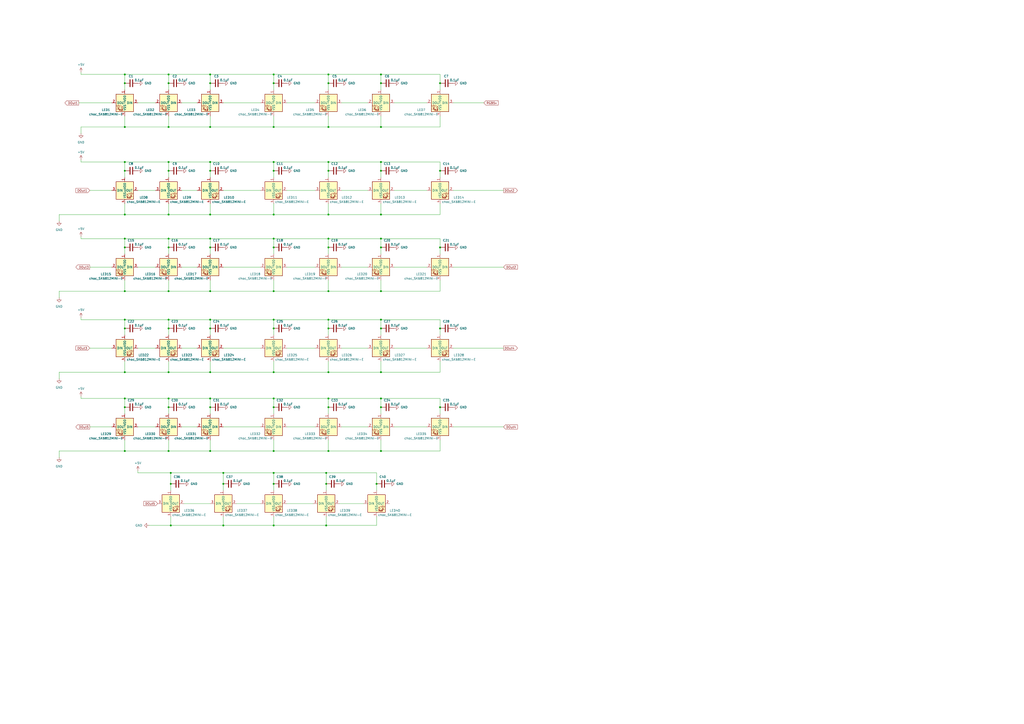
<source format=kicad_sch>
(kicad_sch (version 20250114) (generator "eeschema") (generator_version "9.0")
  (paper "A2")
  (junction (at 255.27 236.22))
  (junction (at 121.92 215.9))
  (junction (at 190.5 168.91))
  (junction (at 220.98 43.18))
  (junction (at 158.75 73.66))
  (junction (at 72.39 231.14))
  (junction (at 121.92 93.98))
  (junction (at 97.79 73.66))
  (junction (at 97.79 168.91))
  (junction (at 72.39 124.46))
  (junction (at 158.75 280.67))
  (junction (at 158.75 274.32))
  (junction (at 158.75 48.26))
  (junction (at 72.39 99.06))
  (junction (at 99.06 280.67))
  (junction (at 158.75 190.5))
  (junction (at 97.79 185.42))
  (junction (at 158.75 236.22))
  (junction (at 189.23 280.67))
  (junction (at 72.39 168.91))
  (junction (at 97.79 261.62))
  (junction (at 220.98 143.51))
  (junction (at 121.92 124.46))
  (junction (at 189.23 274.32))
  (junction (at 129.54 280.67))
  (junction (at 97.79 93.98))
  (junction (at 97.79 124.46))
  (junction (at 190.5 190.5))
  (junction (at 97.79 236.22))
  (junction (at 72.39 43.18))
  (junction (at 158.75 99.06))
  (junction (at 121.92 99.06))
  (junction (at 189.23 304.8))
  (junction (at 190.5 138.43))
  (junction (at 220.98 73.66))
  (junction (at 158.75 124.46))
  (junction (at 190.5 143.51))
  (junction (at 190.5 185.42))
  (junction (at 99.06 304.8))
  (junction (at 97.79 231.14))
  (junction (at 158.75 185.42))
  (junction (at 190.5 215.9))
  (junction (at 220.98 168.91))
  (junction (at 121.92 236.22))
  (junction (at 121.92 231.14))
  (junction (at 72.39 48.26))
  (junction (at 158.75 261.62))
  (junction (at 158.75 304.8))
  (junction (at 121.92 43.18))
  (junction (at 99.06 274.32))
  (junction (at 158.75 143.51))
  (junction (at 220.98 215.9))
  (junction (at 220.98 261.62))
  (junction (at 220.98 231.14))
  (junction (at 190.5 124.46))
  (junction (at 121.92 138.43))
  (junction (at 190.5 99.06))
  (junction (at 72.39 143.51))
  (junction (at 97.79 215.9))
  (junction (at 97.79 143.51))
  (junction (at 72.39 215.9))
  (junction (at 129.54 274.32))
  (junction (at 255.27 190.5))
  (junction (at 218.44 280.67))
  (junction (at 158.75 43.18))
  (junction (at 255.27 143.51))
  (junction (at 220.98 93.98))
  (junction (at 190.5 43.18))
  (junction (at 220.98 236.22))
  (junction (at 220.98 138.43))
  (junction (at 220.98 48.26))
  (junction (at 97.79 99.06))
  (junction (at 190.5 236.22))
  (junction (at 72.39 138.43))
  (junction (at 220.98 190.5))
  (junction (at 121.92 261.62))
  (junction (at 220.98 185.42))
  (junction (at 220.98 99.06))
  (junction (at 255.27 48.26))
  (junction (at 72.39 236.22))
  (junction (at 97.79 190.5))
  (junction (at 97.79 138.43))
  (junction (at 72.39 190.5))
  (junction (at 72.39 73.66))
  (junction (at 158.75 168.91))
  (junction (at 158.75 231.14))
  (junction (at 72.39 261.62))
  (junction (at 121.92 190.5))
  (junction (at 72.39 93.98))
  (junction (at 158.75 93.98))
  (junction (at 190.5 261.62))
  (junction (at 158.75 215.9))
  (junction (at 255.27 99.06))
  (junction (at 121.92 143.51))
  (junction (at 190.5 231.14))
  (junction (at 121.92 168.91))
  (junction (at 72.39 185.42))
  (junction (at 121.92 73.66))
  (junction (at 97.79 43.18))
  (junction (at 129.54 304.8))
  (junction (at 97.79 48.26))
  (junction (at 121.92 185.42))
  (junction (at 158.75 138.43))
  (junction (at 190.5 48.26))
  (junction (at 220.98 124.46))
  (junction (at 121.92 48.26))
  (junction (at 190.5 73.66))
  (junction (at 190.5 93.98))
  (wire (pts (xy 46.99 92.71) (xy 46.99 93.98)))
  (wire (pts (xy 99.06 274.32) (xy 80.01 274.32)))
  (wire (pts (xy 198.12 201.93) (xy 213.36 201.93)))
  (wire (pts (xy 158.75 304.8) (xy 189.23 304.8)))
  (wire (pts (xy 46.99 73.66) (xy 72.39 73.66)))
  (wire (pts (xy 190.5 73.66) (xy 220.98 73.66)))
  (wire (pts (xy 121.92 209.55) (xy 121.92 215.9)))
  (wire (pts (xy 158.75 102.87) (xy 158.75 99.06)))
  (wire (pts (xy 255.27 215.9) (xy 255.27 209.55)))
  (wire (pts (xy 129.54 201.93) (xy 151.13 201.93)))
  (wire (pts (xy 220.98 194.31) (xy 220.98 190.5)))
  (wire (pts (xy 97.79 102.87) (xy 97.79 99.06)))
  (wire (pts (xy 158.75 299.72) (xy 158.75 304.8)))
  (wire (pts (xy 189.23 299.72) (xy 189.23 304.8)))
  (wire (pts (xy 158.75 209.55) (xy 158.75 215.9)))
  (wire (pts (xy 255.27 147.32) (xy 255.27 143.51)))
  (wire (pts (xy 198.12 154.94) (xy 213.36 154.94)))
  (wire (pts (xy 105.41 201.93) (xy 114.3 201.93)))
  (wire (pts (xy 228.6 247.65) (xy 247.65 247.65)))
  (wire (pts (xy 121.92 124.46) (xy 158.75 124.46)))
  (wire (pts (xy 190.5 231.14) (xy 220.98 231.14)))
  (wire (pts (xy 105.41 154.94) (xy 114.3 154.94)))
  (wire (pts (xy 190.5 261.62) (xy 220.98 261.62)))
  (wire (pts (xy 121.92 48.26) (xy 121.92 43.18)))
  (wire (pts (xy 121.92 194.31) (xy 121.92 190.5)))
  (wire (pts (xy 129.54 154.94) (xy 151.13 154.94)))
  (wire (pts (xy 220.98 43.18) (xy 220.98 48.26)))
  (wire (pts (xy 34.29 261.62) (xy 72.39 261.62)))
  (wire (pts (xy 72.39 255.27) (xy 72.39 261.62)))
  (wire (pts (xy 72.39 194.31) (xy 72.39 190.5)))
  (wire (pts (xy 190.5 168.91) (xy 220.98 168.91)))
  (wire (pts (xy 158.75 147.32) (xy 158.75 143.51)))
  (wire (pts (xy 220.98 67.31) (xy 220.98 73.66)))
  (wire (pts (xy 255.27 138.43) (xy 255.27 143.51)))
  (wire (pts (xy 121.92 190.5) (xy 121.92 185.42)))
  (wire (pts (xy 121.92 52.07) (xy 121.92 48.26)))
  (wire (pts (xy 220.98 168.91) (xy 255.27 168.91)))
  (wire (pts (xy 220.98 93.98) (xy 255.27 93.98)))
  (wire (pts (xy 220.98 240.03) (xy 220.98 236.22)))
  (wire (pts (xy 46.99 231.14) (xy 72.39 231.14)))
  (wire (pts (xy 34.29 124.46) (xy 34.29 128.27)))
  (wire (pts (xy 46.99 229.87) (xy 46.99 231.14)))
  (wire (pts (xy 121.92 143.51) (xy 121.92 138.43)))
  (wire (pts (xy 158.75 118.11) (xy 158.75 124.46)))
  (wire (pts (xy 34.29 215.9) (xy 34.29 219.71)))
  (wire (pts (xy 129.54 59.69) (xy 151.13 59.69)))
  (wire (pts (xy 158.75 168.91) (xy 190.5 168.91)))
  (wire (pts (xy 72.39 215.9) (xy 97.79 215.9)))
  (wire (pts (xy 72.39 124.46) (xy 97.79 124.46)))
  (wire (pts (xy 121.92 99.06) (xy 121.92 93.98)))
  (wire (pts (xy 129.54 280.67) (xy 129.54 284.48)))
  (wire (pts (xy 158.75 185.42) (xy 158.75 190.5)))
  (wire (pts (xy 72.39 67.31) (xy 72.39 73.66)))
  (wire (pts (xy 80.01 59.69) (xy 90.17 59.69)))
  (wire (pts (xy 220.98 261.62) (xy 255.27 261.62)))
  (wire (pts (xy 166.37 110.49) (xy 182.88 110.49)))
  (wire (pts (xy 97.79 93.98) (xy 121.92 93.98)))
  (wire (pts (xy 52.07 110.49) (xy 64.77 110.49)))
  (wire (pts (xy 97.79 240.03) (xy 97.79 236.22)))
  (wire (pts (xy 255.27 240.03) (xy 255.27 236.22)))
  (wire (pts (xy 220.98 124.46) (xy 255.27 124.46)))
  (wire (pts (xy 190.5 102.87) (xy 190.5 99.06)))
  (wire (pts (xy 166.37 59.69) (xy 182.88 59.69)))
  (wire (pts (xy 190.5 67.31) (xy 190.5 73.66)))
  (wire (pts (xy 121.92 93.98) (xy 158.75 93.98)))
  (wire (pts (xy 220.98 147.32) (xy 220.98 143.51)))
  (wire (pts (xy 72.39 147.32) (xy 72.39 143.51)))
  (wire (pts (xy 72.39 138.43) (xy 97.79 138.43)))
  (wire (pts (xy 190.5 93.98) (xy 190.5 99.06)))
  (wire (pts (xy 105.41 59.69) (xy 114.3 59.69)))
  (wire (pts (xy 97.79 255.27) (xy 97.79 261.62)))
  (wire (pts (xy 72.39 168.91) (xy 97.79 168.91)))
  (wire (pts (xy 97.79 194.31) (xy 97.79 190.5)))
  (wire (pts (xy 158.75 231.14) (xy 190.5 231.14)))
  (wire (pts (xy 190.5 138.43) (xy 190.5 143.51)))
  (wire (pts (xy 158.75 93.98) (xy 158.75 99.06)))
  (wire (pts (xy 46.99 73.66) (xy 46.99 77.47)))
  (wire (pts (xy 158.75 261.62) (xy 190.5 261.62)))
  (wire (pts (xy 97.79 43.18) (xy 121.92 43.18)))
  (wire (pts (xy 255.27 93.98) (xy 255.27 99.06)))
  (wire (pts (xy 158.75 280.67) (xy 158.75 284.48)))
  (wire (pts (xy 158.75 73.66) (xy 190.5 73.66)))
  (wire (pts (xy 220.98 118.11) (xy 220.98 124.46)))
  (wire (pts (xy 220.98 209.55) (xy 220.98 215.9)))
  (wire (pts (xy 121.92 147.32) (xy 121.92 143.51)))
  (wire (pts (xy 34.29 168.91) (xy 72.39 168.91)))
  (wire (pts (xy 121.92 261.62) (xy 158.75 261.62)))
  (wire (pts (xy 46.99 184.15) (xy 46.99 185.42)))
  (wire (pts (xy 97.79 261.62) (xy 121.92 261.62)))
  (wire (pts (xy 46.99 43.18) (xy 72.39 43.18)))
  (wire (pts (xy 99.06 304.8) (xy 129.54 304.8)))
  (wire (pts (xy 158.75 138.43) (xy 158.75 143.51)))
  (wire (pts (xy 80.01 154.94) (xy 90.17 154.94)))
  (wire (pts (xy 158.75 215.9) (xy 190.5 215.9)))
  (wire (pts (xy 190.5 43.18) (xy 220.98 43.18)))
  (wire (pts (xy 262.89 59.69) (xy 280.67 59.69)))
  (wire (pts (xy 220.98 138.43) (xy 220.98 143.51)))
  (wire (pts (xy 198.12 247.65) (xy 213.36 247.65)))
  (wire (pts (xy 158.75 274.32) (xy 189.23 274.32)))
  (wire (pts (xy 190.5 124.46) (xy 220.98 124.46)))
  (wire (pts (xy 129.54 304.8) (xy 158.75 304.8)))
  (wire (pts (xy 218.44 274.32) (xy 218.44 280.67)))
  (wire (pts (xy 72.39 143.51) (xy 72.39 138.43)))
  (wire (pts (xy 158.75 93.98) (xy 190.5 93.98)))
  (wire (pts (xy 228.6 201.93) (xy 247.65 201.93)))
  (wire (pts (xy 34.29 215.9) (xy 72.39 215.9)))
  (wire (pts (xy 72.39 99.06) (xy 72.39 93.98)))
  (wire (pts (xy 198.12 110.49) (xy 213.36 110.49)))
  (wire (pts (xy 220.98 215.9) (xy 255.27 215.9)))
  (wire (pts (xy 158.75 67.31) (xy 158.75 73.66)))
  (wire (pts (xy 72.39 102.87) (xy 72.39 99.06)))
  (wire (pts (xy 80.01 110.49) (xy 90.17 110.49)))
  (wire (pts (xy 189.23 274.32) (xy 218.44 274.32)))
  (wire (pts (xy 158.75 255.27) (xy 158.75 261.62)))
  (wire (pts (xy 34.29 261.62) (xy 34.29 265.43)))
  (wire (pts (xy 220.98 43.18) (xy 255.27 43.18)))
  (wire (pts (xy 46.99 138.43) (xy 72.39 138.43)))
  (wire (pts (xy 190.5 93.98) (xy 220.98 93.98)))
  (wire (pts (xy 129.54 110.49) (xy 151.13 110.49)))
  (wire (pts (xy 97.79 190.5) (xy 97.79 185.42)))
  (wire (pts (xy 262.89 247.65) (xy 292.1 247.65)))
  (wire (pts (xy 190.5 138.43) (xy 220.98 138.43)))
  (wire (pts (xy 121.92 231.14) (xy 158.75 231.14)))
  (wire (pts (xy 158.75 185.42) (xy 190.5 185.42)))
  (wire (pts (xy 190.5 185.42) (xy 190.5 190.5)))
  (wire (pts (xy 121.92 102.87) (xy 121.92 99.06)))
  (wire (pts (xy 46.99 93.98) (xy 72.39 93.98)))
  (wire (pts (xy 255.27 52.07) (xy 255.27 48.26)))
  (wire (pts (xy 129.54 274.32) (xy 158.75 274.32)))
  (wire (pts (xy 97.79 147.32) (xy 97.79 143.51)))
  (wire (pts (xy 255.27 73.66) (xy 255.27 67.31)))
  (wire (pts (xy 262.89 154.94) (xy 292.1 154.94)))
  (wire (pts (xy 97.79 67.31) (xy 97.79 73.66)))
  (wire (pts (xy 158.75 43.18) (xy 158.75 48.26)))
  (wire (pts (xy 220.98 255.27) (xy 220.98 261.62)))
  (wire (pts (xy 97.79 168.91) (xy 121.92 168.91)))
  (wire (pts (xy 190.5 215.9) (xy 220.98 215.9)))
  (wire (pts (xy 121.92 215.9) (xy 158.75 215.9)))
  (wire (pts (xy 97.79 231.14) (xy 121.92 231.14)))
  (wire (pts (xy 121.92 162.56) (xy 121.92 168.91)))
  (wire (pts (xy 72.39 236.22) (xy 72.39 231.14)))
  (wire (pts (xy 220.98 138.43) (xy 255.27 138.43)))
  (wire (pts (xy 158.75 124.46) (xy 190.5 124.46)))
  (wire (pts (xy 72.39 162.56) (xy 72.39 168.91)))
  (wire (pts (xy 189.23 304.8) (xy 218.44 304.8)))
  (wire (pts (xy 262.89 110.49) (xy 292.1 110.49)))
  (wire (pts (xy 190.5 231.14) (xy 190.5 236.22)))
  (wire (pts (xy 158.75 194.31) (xy 158.75 190.5)))
  (wire (pts (xy 72.39 209.55) (xy 72.39 215.9)))
  (wire (pts (xy 121.92 185.42) (xy 158.75 185.42)))
  (wire (pts (xy 255.27 43.18) (xy 255.27 48.26)))
  (wire (pts (xy 190.5 194.31) (xy 190.5 190.5)))
  (wire (pts (xy 218.44 299.72) (xy 218.44 304.8)))
  (wire (pts (xy 72.39 190.5) (xy 72.39 185.42)))
  (wire (pts (xy 105.41 110.49) (xy 114.3 110.49)))
  (wire (pts (xy 121.92 73.66) (xy 158.75 73.66)))
  (wire (pts (xy 80.01 274.32) (xy 80.01 273.05)))
  (wire (pts (xy 99.06 280.67) (xy 99.06 284.48)))
  (wire (pts (xy 72.39 231.14) (xy 97.79 231.14)))
  (wire (pts (xy 189.23 280.67) (xy 189.23 284.48)))
  (wire (pts (xy 228.6 110.49) (xy 247.65 110.49)))
  (wire (pts (xy 97.79 52.07) (xy 97.79 48.26)))
  (wire (pts (xy 190.5 118.11) (xy 190.5 124.46)))
  (wire (pts (xy 255.27 168.91) (xy 255.27 162.56)))
  (wire (pts (xy 72.39 52.07) (xy 72.39 48.26)))
  (wire (pts (xy 255.27 102.87) (xy 255.27 99.06)))
  (wire (pts (xy 255.27 185.42) (xy 255.27 190.5)))
  (wire (pts (xy 72.39 118.11) (xy 72.39 124.46)))
  (wire (pts (xy 220.98 185.42) (xy 255.27 185.42)))
  (wire (pts (xy 97.79 138.43) (xy 121.92 138.43)))
  (wire (pts (xy 262.89 201.93) (xy 292.1 201.93)))
  (wire (pts (xy 190.5 185.42) (xy 220.98 185.42)))
  (wire (pts (xy 97.79 185.42) (xy 121.92 185.42)))
  (wire (pts (xy 220.98 231.14) (xy 255.27 231.14)))
  (wire (pts (xy 121.92 255.27) (xy 121.92 261.62)))
  (wire (pts (xy 220.98 73.66) (xy 255.27 73.66)))
  (wire (pts (xy 166.37 154.94) (xy 182.88 154.94)))
  (wire (pts (xy 190.5 52.07) (xy 190.5 48.26)))
  (wire (pts (xy 97.79 124.46) (xy 121.92 124.46)))
  (wire (pts (xy 72.39 240.03) (xy 72.39 236.22)))
  (wire (pts (xy 228.6 154.94) (xy 247.65 154.94)))
  (wire (pts (xy 121.92 168.91) (xy 158.75 168.91)))
  (wire (pts (xy 97.79 48.26) (xy 97.79 43.18)))
  (wire (pts (xy 190.5 162.56) (xy 190.5 168.91)))
  (wire (pts (xy 218.44 280.67) (xy 218.44 284.48)))
  (wire (pts (xy 80.01 247.65) (xy 90.17 247.65)))
  (wire (pts (xy 121.92 118.11) (xy 121.92 124.46)))
  (wire (pts (xy 190.5 255.27) (xy 190.5 261.62)))
  (wire (pts (xy 228.6 59.69) (xy 247.65 59.69)))
  (wire (pts (xy 46.99 41.91) (xy 46.99 43.18)))
  (wire (pts (xy 121.92 240.03) (xy 121.92 236.22)))
  (wire (pts (xy 72.39 93.98) (xy 97.79 93.98)))
  (wire (pts (xy 190.5 209.55) (xy 190.5 215.9)))
  (wire (pts (xy 137.16 292.1) (xy 151.13 292.1)))
  (wire (pts (xy 190.5 147.32) (xy 190.5 143.51)))
  (wire (pts (xy 190.5 240.03) (xy 190.5 236.22)))
  (wire (pts (xy 255.27 194.31) (xy 255.27 190.5)))
  (wire (pts (xy 99.06 280.67) (xy 99.06 274.32)))
  (wire (pts (xy 255.27 231.14) (xy 255.27 236.22)))
  (wire (pts (xy 52.07 154.94) (xy 64.77 154.94)))
  (wire (pts (xy 99.06 299.72) (xy 99.06 304.8)))
  (wire (pts (xy 129.54 247.65) (xy 151.13 247.65)))
  (wire (pts (xy 80.01 201.93) (xy 90.17 201.93)))
  (wire (pts (xy 99.06 274.32) (xy 129.54 274.32)))
  (wire (pts (xy 158.75 162.56) (xy 158.75 168.91)))
  (wire (pts (xy 220.98 185.42) (xy 220.98 190.5)))
  (wire (pts (xy 255.27 261.62) (xy 255.27 255.27)))
  (wire (pts (xy 72.39 73.66) (xy 97.79 73.66)))
  (wire (pts (xy 72.39 48.26) (xy 72.39 43.18)))
  (wire (pts (xy 105.41 247.65) (xy 114.3 247.65)))
  (wire (pts (xy 158.75 52.07) (xy 158.75 48.26)))
  (wire (pts (xy 166.37 292.1) (xy 181.61 292.1)))
  (wire (pts (xy 97.79 73.66) (xy 121.92 73.66)))
  (wire (pts (xy 46.99 137.16) (xy 46.99 138.43)))
  (wire (pts (xy 190.5 43.18) (xy 190.5 48.26)))
  (wire (pts (xy 166.37 247.65) (xy 182.88 247.65)))
  (wire (pts (xy 52.07 201.93) (xy 64.77 201.93)))
  (wire (pts (xy 72.39 185.42) (xy 97.79 185.42)))
  (wire (pts (xy 220.98 93.98) (xy 220.98 99.06)))
  (wire (pts (xy 34.29 168.91) (xy 34.29 172.72)))
  (wire (pts (xy 158.75 138.43) (xy 190.5 138.43)))
  (wire (pts (xy 166.37 201.93) (xy 182.88 201.93)))
  (wire (pts (xy 220.98 102.87) (xy 220.98 99.06)))
  (wire (pts (xy 99.06 304.8) (xy 86.36 304.8)))
  (wire (pts (xy 158.75 274.32) (xy 158.75 280.67)))
  (wire (pts (xy 121.92 138.43) (xy 158.75 138.43)))
  (wire (pts (xy 196.85 292.1) (xy 210.82 292.1)))
  (wire (pts (xy 97.79 99.06) (xy 97.79 93.98)))
  (wire (pts (xy 158.75 43.18) (xy 190.5 43.18)))
  (wire (pts (xy 220.98 231.14) (xy 220.98 236.22)))
  (wire (pts (xy 255.27 124.46) (xy 255.27 118.11)))
  (wire (pts (xy 72.39 43.18) (xy 97.79 43.18)))
  (wire (pts (xy 97.79 143.51) (xy 97.79 138.43)))
  (wire (pts (xy 189.23 274.32) (xy 189.23 280.67)))
  (wire (pts (xy 97.79 118.11) (xy 97.79 124.46)))
  (wire (pts (xy 46.99 185.42) (xy 72.39 185.42)))
  (wire (pts (xy 97.79 162.56) (xy 97.79 168.91)))
  (wire (pts (xy 129.54 299.72) (xy 129.54 304.8)))
  (wire (pts (xy 158.75 231.14) (xy 158.75 236.22)))
  (wire (pts (xy 121.92 236.22) (xy 121.92 231.14)))
  (wire (pts (xy 97.79 215.9) (xy 121.92 215.9)))
  (wire (pts (xy 34.29 124.46) (xy 72.39 124.46)))
  (wire (pts (xy 52.07 247.65) (xy 64.77 247.65)))
  (wire (pts (xy 97.79 209.55) (xy 97.79 215.9)))
  (wire (pts (xy 97.79 236.22) (xy 97.79 231.14)))
  (wire (pts (xy 45.72 59.69) (xy 64.77 59.69)))
  (wire (pts (xy 220.98 52.07) (xy 220.98 48.26)))
  (wire (pts (xy 158.75 240.03) (xy 158.75 236.22)))
  (wire (pts (xy 72.39 261.62) (xy 97.79 261.62)))
  (wire (pts (xy 220.98 162.56) (xy 220.98 168.91)))
  (wire (pts (xy 121.92 43.18) (xy 158.75 43.18)))
  (wire (pts (xy 106.68 292.1) (xy 121.92 292.1)))
  (wire (pts (xy 129.54 274.32) (xy 129.54 280.67)))
  (wire (pts (xy 198.12 59.69) (xy 213.36 59.69)))
  (wire (pts (xy 121.92 67.31) (xy 121.92 73.66)))
  (global_label "DOut2" (shape output) (at 292.1 110.49 0) (property "Intersheetrefs" "${INTERSHEET_REFS}" (effects (hide yes))))
  (global_label "RGB5v" (shape input) (at 280.67 59.69 0) (property "Intersheetrefs" "${INTERSHEET_REFS}" (effects (hide yes))))
  (global_label "DOut1" (shape output) (at 45.72 59.69 180) (property "Intersheetrefs" "${INTERSHEET_REFS}" (effects (hide yes))))
  (global_label "DOut5" (shape output) (at 52.07 247.65 180) (property "Intersheetrefs" "${INTERSHEET_REFS}" (effects (hide yes))))
  (global_label "DOut1" (shape input) (at 52.07 110.49 180) (property "Intersheetrefs" "${INTERSHEET_REFS}" (effects (hide yes))))
  (global_label "DOut5" (shape input) (at 91.44 292.1 180) (property "Intersheetrefs" "${INTERSHEET_REFS}" (effects (hide yes))))
  (global_label "DOut2" (shape input) (at 292.1 154.94 0) (property "Intersheetrefs" "${INTERSHEET_REFS}" (effects (hide yes))))
  (global_label "DOut3" (shape output) (at 52.07 154.94 180) (property "Intersheetrefs" "${INTERSHEET_REFS}" (effects (hide yes))))
  (global_label "DOut4" (shape output) (at 292.1 201.93 0) (property "Intersheetrefs" "${INTERSHEET_REFS}" (effects (hide yes))))
  (global_label "DOut3" (shape input) (at 52.07 201.93 180) (property "Intersheetrefs" "${INTERSHEET_REFS}" (effects (hide yes))))
  (global_label "DOut4" (shape input) (at 292.1 247.65 0) (property "Intersheetrefs" "${INTERSHEET_REFS}" (effects (hide yes))))
  (symbol (lib_id "power:GND") (at 198.12 143.51 90) (unit 1)
    (property "Reference" "#PWR039" (effects (hide yes)))
    (property "Value" "GND" (at 201.93 143.5099 90) (effects (justify right)))
    (property "Description" "Power symbol creates a global label with name \"GND\" , ground" (effects (hide yes)))
  )
  (symbol (lib_id "PCM_marbastlib-choc:choc_SK6812MINI-E") (at 255.27 201.93 0) (unit 1)
    (property "Reference" "LED28" (at 266.192 205.994 0))
    (property "Value" "choc_SK6812MINI-E" (at 266.192 208.534 0))
    (property "Footprint" "PCM_marbastlib-choc:LED_choc_6028R" (effects (hide yes)))
    (property "Description" "Reverse mount adressable LED (WS2812 protocol)" (effects (hide yes)))
  )
  (symbol (lib_id "power:GND") (at 228.6 99.06 90) (unit 1)
    (property "Reference" "#PWR031" (effects (hide yes)))
    (property "Value" "GND" (at 232.41 99.0599 90) (effects (justify right)))
    (property "Description" "Power symbol creates a global label with name \"GND\" , ground" (effects (hide yes)))
  )
  (symbol (lib_id "PCM_marbastlib-choc:choc_SK6812MINI-E") (at 121.92 247.65 0) (mirror y) (unit 1)
    (property "Reference" "LED31" (at 110.998 251.714 0))
    (property "Value" "choc_SK6812MINI-E" (at 110.998 254.254 0))
    (property "Footprint" "PCM_marbastlib-choc:LED_choc_6028R" (effects (hide yes)))
    (property "Description" "Reverse mount adressable LED (WS2812 protocol)" (effects (hide yes)))
  )
  (symbol (lib_id "Device:C") (at 224.79 99.06 90) (unit 1)
    (property "Reference" "C13" (at 224.536 94.996 90))
    (property "Value" "0.1uF" (at 229.362 97.282 90))
    (property "Footprint" "Capacitor_SMD:C_0402_1005Metric" (effects (hide yes)))
    (property "Description" "Unpolarized capacitor" (effects (hide yes)))
  )
  (symbol (lib_id "PCM_marbastlib-choc:choc_SK6812MINI-E") (at 158.75 110.49 0) (unit 1)
    (property "Reference" "LED11" (at 169.418 114.554 0))
    (property "Value" "choc_SK6812MINI-E" (at 169.418 117.094 0))
    (property "Footprint" "PCM_marbastlib-choc:LED_choc_6028R" (effects (hide yes)))
    (property "Description" "Reverse mount adressable LED (WS2812 protocol)" (effects (hide yes)))
  )
  (symbol (lib_id "Device:C") (at 162.56 280.67 90) (unit 1)
    (property "Reference" "C38" (at 162.306 276.606 90))
    (property "Value" "0.1uF" (at 167.132 278.892 90))
    (property "Footprint" "Capacitor_SMD:C_0402_1005Metric" (effects (hide yes)))
    (property "Description" "Unpolarized capacitor" (effects (hide yes)))
  )
  (symbol (lib_id "PCM_marbastlib-choc:choc_SK6812MINI-E") (at 158.75 292.1 0) (unit 1)
    (property "Reference" "LED38" (at 169.418 296.164 0))
    (property "Value" "choc_SK6812MINI-E" (at 169.418 298.704 0))
    (property "Footprint" "PCM_marbastlib-choc:LED_choc_6028R" (effects (hide yes)))
    (property "Description" "Reverse mount adressable LED (WS2812 protocol)" (effects (hide yes)))
  )
  (symbol (lib_id "PCM_marbastlib-choc:choc_SK6812MINI-E") (at 158.75 59.69 0) (mirror y) (unit 1)
    (property "Reference" "LED4" (at 148.082 63.754 0))
    (property "Value" "choc_SK6812MINI-E" (at 148.082 66.294 0))
    (property "Footprint" "PCM_marbastlib-choc:LED_choc_6028R" (effects (hide yes)))
    (property "Description" "Reverse mount adressable LED (WS2812 protocol)" (effects (hide yes)))
  )
  (symbol (lib_id "Device:C") (at 162.56 143.51 90) (unit 1)
    (property "Reference" "C18" (at 162.306 139.446 90))
    (property "Value" "0.1uF" (at 167.132 141.732 90))
    (property "Footprint" "Capacitor_SMD:C_0402_1005Metric" (effects (hide yes)))
    (property "Description" "Unpolarized capacitor" (effects (hide yes)))
  )
  (symbol (lib_id "power:GND") (at 80.01 99.06 90) (unit 1)
    (property "Reference" "#PWR026" (effects (hide yes)))
    (property "Value" "GND" (at 83.82 99.0599 90) (effects (justify right)))
    (property "Description" "Power symbol creates a global label with name \"GND\" , ground" (effects (hide yes)))
  )
  (symbol (lib_id "power:GND") (at 105.41 190.5 90) (unit 1)
    (property "Reference" "#PWR045" (effects (hide yes)))
    (property "Value" "GND" (at 109.22 190.4999 90) (effects (justify right)))
    (property "Description" "Power symbol creates a global label with name \"GND\" , ground" (effects (hide yes)))
  )
  (symbol (lib_id "PCM_marbastlib-choc:choc_SK6812MINI-E") (at 97.79 59.69 0) (mirror y) (unit 1)
    (property "Reference" "LED2" (at 87.122 63.754 0))
    (property "Value" "choc_SK6812MINI-E" (at 87.122 66.294 0))
    (property "Footprint" "PCM_marbastlib-choc:LED_choc_6028R" (effects (hide yes)))
    (property "Description" "Reverse mount adressable LED (WS2812 protocol)" (effects (hide yes)))
  )
  (symbol (lib_id "PCM_marbastlib-choc:choc_SK6812MINI-E") (at 255.27 110.49 0) (unit 1)
    (property "Reference" "LED14" (at 266.192 114.554 0))
    (property "Value" "choc_SK6812MINI-E" (at 266.192 117.094 0))
    (property "Footprint" "PCM_marbastlib-choc:LED_choc_6028R" (effects (hide yes)))
    (property "Description" "Reverse mount adressable LED (WS2812 protocol)" (effects (hide yes)))
  )
  (symbol (lib_id "Device:C") (at 76.2 143.51 90) (unit 1)
    (property "Reference" "C15" (at 75.946 139.446 90))
    (property "Value" "0.1uF" (at 80.772 141.732 90))
    (property "Footprint" "Capacitor_SMD:C_0402_1005Metric" (effects (hide yes)))
    (property "Description" "Unpolarized capacitor" (effects (hide yes)))
  )
  (symbol (lib_id "power:GND") (at 198.12 48.26 90) (unit 1)
    (property "Reference" "#PWR021" (effects (hide yes)))
    (property "Value" "GND" (at 201.93 48.2599 90) (effects (justify right)))
    (property "Description" "Power symbol creates a global label with name \"GND\" , ground" (effects (hide yes)))
  )
  (symbol (lib_id "power:GND") (at 196.85 280.67 90) (unit 1)
    (property "Reference" "#PWR072" (effects (hide yes)))
    (property "Value" "GND" (at 200.66 280.6699 90) (effects (justify right)))
    (property "Description" "Power symbol creates a global label with name \"GND\" , ground" (effects (hide yes)))
  )
  (symbol (lib_id "Device:C") (at 259.08 99.06 90) (unit 1)
    (property "Reference" "C14" (at 258.826 94.996 90))
    (property "Value" "0.1uF" (at 263.652 97.282 90))
    (property "Footprint" "Capacitor_SMD:C_0402_1005Metric" (effects (hide yes)))
    (property "Description" "Unpolarized capacitor" (effects (hide yes)))
  )
  (symbol (lib_id "power:GND") (at 137.16 280.67 90) (unit 1)
    (property "Reference" "#PWR077" (effects (hide yes)))
    (property "Value" "GND" (at 140.97 280.6699 90) (effects (justify right)))
    (property "Description" "Power symbol creates a global label with name \"GND\" , ground" (effects (hide yes)))
  )
  (symbol (lib_id "Device:C") (at 194.31 48.26 90) (unit 1)
    (property "Reference" "C5" (at 194.056 44.196 90))
    (property "Value" "0.1uF" (at 198.882 46.482 90))
    (property "Footprint" "Capacitor_SMD:C_0402_1005Metric" (effects (hide yes)))
    (property "Description" "Unpolarized capacitor" (effects (hide yes)))
  )
  (symbol (lib_id "Device:C") (at 101.6 143.51 90) (unit 1)
    (property "Reference" "C16" (at 101.346 139.446 90))
    (property "Value" "0.1uF" (at 106.172 141.732 90))
    (property "Footprint" "Capacitor_SMD:C_0402_1005Metric" (effects (hide yes)))
    (property "Description" "Unpolarized capacitor" (effects (hide yes)))
  )
  (symbol (lib_id "power:GND") (at 262.89 48.26 90) (unit 1)
    (property "Reference" "#PWR023" (effects (hide yes)))
    (property "Value" "GND" (at 266.7 48.2599 90) (effects (justify right)))
    (property "Description" "Power symbol creates a global label with name \"GND\" , ground" (effects (hide yes)))
  )
  (symbol (lib_id "power:GND") (at 166.37 48.26 90) (unit 1)
    (property "Reference" "#PWR020" (effects (hide yes)))
    (property "Value" "GND" (at 170.18 48.2599 90) (effects (justify right)))
    (property "Description" "Power symbol creates a global label with name \"GND\" , ground" (effects (hide yes)))
  )
  (symbol (lib_id "Device:C") (at 102.87 280.67 90) (unit 1)
    (property "Reference" "C36" (at 102.616 276.606 90))
    (property "Value" "0.1uF" (at 107.442 278.892 90))
    (property "Footprint" "Capacitor_SMD:C_0402_1005Metric" (effects (hide yes)))
    (property "Description" "Unpolarized capacitor" (effects (hide yes)))
  )
  (symbol (lib_id "power:GND") (at 80.01 48.26 90) (unit 1)
    (property "Reference" "#PWR017" (effects (hide yes)))
    (property "Value" "GND" (at 83.82 48.2599 90) (effects (justify right)))
    (property "Description" "Power symbol creates a global label with name \"GND\" , ground" (effects (hide yes)))
  )
  (symbol (lib_id "power:GND") (at 34.29 219.71 0) (unit 1)
    (property "Reference" "#PWR051" (effects (hide yes)))
    (property "Value" "GND" (at 34.29 224.79 0))
    (property "Description" "Power symbol creates a global label with name \"GND\" , ground" (effects (hide yes)))
  )
  (symbol (lib_id "PCM_marbastlib-choc:choc_SK6812MINI-E") (at 97.79 110.49 0) (unit 1)
    (property "Reference" "LED9" (at 108.458 114.554 0))
    (property "Value" "choc_SK6812MINI-E" (at 108.458 117.094 0))
    (property "Footprint" "PCM_marbastlib-choc:LED_choc_6028R" (effects (hide yes)))
    (property "Description" "Reverse mount adressable LED (WS2812 protocol)" (effects (hide yes)))
  )
  (symbol (lib_id "power:GND") (at 106.68 280.67 90) (unit 1)
    (property "Reference" "#PWR076" (effects (hide yes)))
    (property "Value" "GND" (at 110.49 280.6699 90) (effects (justify right)))
    (property "Description" "Power symbol creates a global label with name \"GND\" , ground" (effects (hide yes)))
  )
  (symbol (lib_id "power:GND") (at 198.12 99.06 90) (unit 1)
    (property "Reference" "#PWR030" (effects (hide yes)))
    (property "Value" "GND" (at 201.93 99.0599 90) (effects (justify right)))
    (property "Description" "Power symbol creates a global label with name \"GND\" , ground" (effects (hide yes)))
  )
  (symbol (lib_id "PCM_marbastlib-choc:choc_SK6812MINI-E") (at 220.98 110.49 0) (unit 1)
    (property "Reference" "LED13" (at 231.902 114.554 0))
    (property "Value" "choc_SK6812MINI-E" (at 231.902 117.094 0))
    (property "Footprint" "PCM_marbastlib-choc:LED_choc_6028R" (effects (hide yes)))
    (property "Description" "Reverse mount adressable LED (WS2812 protocol)" (effects (hide yes)))
  )
  (symbol (lib_id "Device:C") (at 162.56 236.22 90) (unit 1)
    (property "Reference" "C32" (at 162.306 232.156 90))
    (property "Value" "0.1uF" (at 167.132 234.442 90))
    (property "Footprint" "Capacitor_SMD:C_0402_1005Metric" (effects (hide yes)))
    (property "Description" "Unpolarized capacitor" (effects (hide yes)))
  )
  (symbol (lib_id "power:GND") (at 262.89 236.22 90) (unit 1)
    (property "Reference" "#PWR059" (effects (hide yes)))
    (property "Value" "GND" (at 266.7 236.2199 90) (effects (justify right)))
    (property "Description" "Power symbol creates a global label with name \"GND\" , ground" (effects (hide yes)))
  )
  (symbol (lib_id "PCM_marbastlib-choc:choc_SK6812MINI-E") (at 121.92 110.49 0) (unit 1)
    (property "Reference" "LED10" (at 132.842 114.554 0))
    (property "Value" "choc_SK6812MINI-E" (at 132.842 117.094 0))
    (property "Footprint" "PCM_marbastlib-choc:LED_choc_6028R" (effects (hide yes)))
    (property "Description" "Reverse mount adressable LED (WS2812 protocol)" (effects (hide yes)))
  )
  (symbol (lib_id "power:GND") (at 129.54 143.51 90) (unit 1)
    (property "Reference" "#PWR037" (effects (hide yes)))
    (property "Value" "GND" (at 133.35 143.5099 90) (effects (justify right)))
    (property "Description" "Power symbol creates a global label with name \"GND\" , ground" (effects (hide yes)))
  )
  (symbol (lib_id "power:GND") (at 105.41 48.26 90) (unit 1)
    (property "Reference" "#PWR018" (effects (hide yes)))
    (property "Value" "GND" (at 109.22 48.2599 90) (effects (justify right)))
    (property "Description" "Power symbol creates a global label with name \"GND\" , ground" (effects (hide yes)))
  )
  (symbol (lib_id "PCM_marbastlib-choc:choc_SK6812MINI-E") (at 220.98 154.94 0) (mirror y) (unit 1)
    (property "Reference" "LED20" (at 210.058 159.004 0))
    (property "Value" "choc_SK6812MINI-E" (at 210.058 161.544 0))
    (property "Footprint" "PCM_marbastlib-choc:LED_choc_6028R" (effects (hide yes)))
    (property "Description" "Reverse mount adressable LED (WS2812 protocol)" (effects (hide yes)))
  )
  (symbol (lib_id "PCM_marbastlib-choc:choc_SK6812MINI-E") (at 158.75 201.93 0) (unit 1)
    (property "Reference" "LED25" (at 169.418 205.994 0))
    (property "Value" "choc_SK6812MINI-E" (at 169.418 208.534 0))
    (property "Footprint" "PCM_marbastlib-choc:LED_choc_6028R" (effects (hide yes)))
    (property "Description" "Reverse mount adressable LED (WS2812 protocol)" (effects (hide yes)))
  )
  (symbol (lib_id "Device:C") (at 133.35 280.67 90) (unit 1)
    (property "Reference" "C37" (at 133.096 276.606 90))
    (property "Value" "0.1uF" (at 137.922 278.892 90))
    (property "Footprint" "Capacitor_SMD:C_0402_1005Metric" (effects (hide yes)))
    (property "Description" "Unpolarized capacitor" (effects (hide yes)))
  )
  (symbol (lib_id "Device:C") (at 76.2 190.5 90) (unit 1)
    (property "Reference" "C22" (at 75.946 186.436 90))
    (property "Value" "0.1uF" (at 80.772 188.722 90))
    (property "Footprint" "Capacitor_SMD:C_0402_1005Metric" (effects (hide yes)))
    (property "Description" "Unpolarized capacitor" (effects (hide yes)))
  )
  (symbol (lib_id "PCM_marbastlib-choc:choc_SK6812MINI-E") (at 129.54 292.1 0) (unit 1)
    (property "Reference" "LED37" (at 140.462 296.164 0))
    (property "Value" "choc_SK6812MINI-E" (at 140.462 298.704 0))
    (property "Footprint" "PCM_marbastlib-choc:LED_choc_6028R" (effects (hide yes)))
    (property "Description" "Reverse mount adressable LED (WS2812 protocol)" (effects (hide yes)))
  )
  (symbol (lib_id "Device:C") (at 224.79 143.51 90) (unit 1)
    (property "Reference" "C20" (at 224.536 139.446 90))
    (property "Value" "0.1uF" (at 229.362 141.732 90))
    (property "Footprint" "Capacitor_SMD:C_0402_1005Metric" (effects (hide yes)))
    (property "Description" "Unpolarized capacitor" (effects (hide yes)))
  )
  (symbol (lib_id "power:GND") (at 262.89 143.51 90) (unit 1)
    (property "Reference" "#PWR041" (effects (hide yes)))
    (property "Value" "GND" (at 266.7 143.5099 90) (effects (justify right)))
    (property "Description" "Power symbol creates a global label with name \"GND\" , ground" (effects (hide yes)))
  )
  (symbol (lib_id "power:GND") (at 80.01 190.5 90) (unit 1)
    (property "Reference" "#PWR044" (effects (hide yes)))
    (property "Value" "GND" (at 83.82 190.4999 90) (effects (justify right)))
    (property "Description" "Power symbol creates a global label with name \"GND\" , ground" (effects (hide yes)))
  )
  (symbol (lib_id "PCM_marbastlib-choc:choc_SK6812MINI-E") (at 220.98 201.93 0) (unit 1)
    (property "Reference" "LED27" (at 231.902 205.994 0))
    (property "Value" "choc_SK6812MINI-E" (at 231.902 208.534 0))
    (property "Footprint" "PCM_marbastlib-choc:LED_choc_6028R" (effects (hide yes)))
    (property "Description" "Reverse mount adressable LED (WS2812 protocol)" (effects (hide yes)))
  )
  (symbol (lib_id "Device:C") (at 162.56 99.06 90) (unit 1)
    (property "Reference" "C11" (at 162.306 94.996 90))
    (property "Value" "0.1uF" (at 167.132 97.282 90))
    (property "Footprint" "Capacitor_SMD:C_0402_1005Metric" (effects (hide yes)))
    (property "Description" "Unpolarized capacitor" (effects (hide yes)))
  )
  (symbol (lib_id "Device:C") (at 259.08 143.51 90) (unit 1)
    (property "Reference" "C21" (at 258.826 139.446 90))
    (property "Value" "0.1uF" (at 263.652 141.732 90))
    (property "Footprint" "Capacitor_SMD:C_0402_1005Metric" (effects (hide yes)))
    (property "Description" "Unpolarized capacitor" (effects (hide yes)))
  )
  (symbol (lib_id "PCM_marbastlib-choc:choc_SK6812MINI-E") (at 121.92 201.93 0) (unit 1)
    (property "Reference" "LED24" (at 132.842 205.994 0))
    (property "Value" "choc_SK6812MINI-E" (at 132.842 208.534 0))
    (property "Footprint" "PCM_marbastlib-choc:LED_choc_6028R" (effects (hide yes)))
    (property "Description" "Reverse mount adressable LED (WS2812 protocol)" (effects (hide yes)))
  )
  (symbol (lib_id "PCM_marbastlib-choc:choc_SK6812MINI-E") (at 97.79 201.93 0) (unit 1)
    (property "Reference" "LED23" (at 108.458 205.994 0))
    (property "Value" "choc_SK6812MINI-E" (at 108.458 208.534 0))
    (property "Footprint" "PCM_marbastlib-choc:LED_choc_6028R" (effects (hide yes)))
    (property "Description" "Reverse mount adressable LED (WS2812 protocol)" (effects (hide yes)))
  )
  (symbol (lib_id "power:GND") (at 166.37 143.51 90) (unit 1)
    (property "Reference" "#PWR038" (effects (hide yes)))
    (property "Value" "GND" (at 170.18 143.5099 90) (effects (justify right)))
    (property "Description" "Power symbol creates a global label with name \"GND\" , ground" (effects (hide yes)))
  )
  (symbol (lib_id "power:GND") (at 86.36 304.8 270) (unit 1)
    (property "Reference" "#PWR080" (effects (hide yes)))
    (property "Value" "GND" (at 82.55 304.7999 90) (effects (justify right)))
    (property "Description" "Power symbol creates a global label with name \"GND\" , ground" (effects (hide yes)))
  )
  (symbol (lib_id "power:GND") (at 34.29 265.43 0) (unit 1)
    (property "Reference" "#PWR074" (effects (hide yes)))
    (property "Value" "GND" (at 34.29 270.51 0))
    (property "Description" "Power symbol creates a global label with name \"GND\" , ground" (effects (hide yes)))
  )
  (symbol (lib_id "power:GND") (at 198.12 190.5 90) (unit 1)
    (property "Reference" "#PWR048" (effects (hide yes)))
    (property "Value" "GND" (at 201.93 190.4999 90) (effects (justify right)))
    (property "Description" "Power symbol creates a global label with name \"GND\" , ground" (effects (hide yes)))
  )
  (symbol (lib_id "PCM_marbastlib-choc:choc_SK6812MINI-E") (at 218.44 292.1 0) (unit 1)
    (property "Reference" "LED40" (at 229.108 296.164 0))
    (property "Value" "choc_SK6812MINI-E" (at 229.108 298.704 0))
    (property "Footprint" "PCM_marbastlib-choc:LED_choc_6028R" (effects (hide yes)))
    (property "Description" "Reverse mount adressable LED (WS2812 protocol)" (effects (hide yes)))
  )
  (symbol (lib_id "Device:C") (at 76.2 48.26 90) (unit 1)
    (property "Reference" "C1" (at 75.946 44.196 90))
    (property "Value" "0.1uF" (at 80.772 46.482 90))
    (property "Footprint" "Capacitor_SMD:C_0402_1005Metric" (effects (hide yes)))
    (property "Description" "Unpolarized capacitor" (effects (hide yes)))
  )
  (symbol (lib_id "power:GND") (at 46.99 77.47 0) (unit 1)
    (property "Reference" "#PWR024" (effects (hide yes)))
    (property "Value" "GND" (at 46.99 82.55 0))
    (property "Description" "Power symbol creates a global label with name \"GND\" , ground" (effects (hide yes)))
  )
  (symbol (lib_id "Device:C") (at 125.73 48.26 90) (unit 1)
    (property "Reference" "C3" (at 125.476 44.196 90))
    (property "Value" "0.1uF" (at 130.302 46.482 90))
    (property "Footprint" "Capacitor_SMD:C_0402_1005Metric" (effects (hide yes)))
    (property "Description" "Unpolarized capacitor" (effects (hide yes)))
  )
  (symbol (lib_id "power:GND") (at 105.41 143.51 90) (unit 1)
    (property "Reference" "#PWR036" (effects (hide yes)))
    (property "Value" "GND" (at 109.22 143.5099 90) (effects (justify right)))
    (property "Description" "Power symbol creates a global label with name \"GND\" , ground" (effects (hide yes)))
  )
  (symbol (lib_id "power:GND") (at 166.37 190.5 90) (unit 1)
    (property "Reference" "#PWR047" (effects (hide yes)))
    (property "Value" "GND" (at 170.18 190.4999 90) (effects (justify right)))
    (property "Description" "Power symbol creates a global label with name \"GND\" , ground" (effects (hide yes)))
  )
  (symbol (lib_id "PCM_marbastlib-choc:choc_SK6812MINI-E") (at 255.27 59.69 0) (mirror y) (unit 1)
    (property "Reference" "LED7" (at 244.348 63.754 0))
    (property "Value" "choc_SK6812MINI-E" (at 244.348 66.294 0))
    (property "Footprint" "PCM_marbastlib-choc:LED_choc_6028R" (effects (hide yes)))
    (property "Description" "Reverse mount adressable LED (WS2812 protocol)" (effects (hide yes)))
  )
  (symbol (lib_id "Device:C") (at 125.73 236.22 90) (unit 1)
    (property "Reference" "C31" (at 125.476 232.156 90))
    (property "Value" "0.1uF" (at 130.302 234.442 90))
    (property "Footprint" "Capacitor_SMD:C_0402_1005Metric" (effects (hide yes)))
    (property "Description" "Unpolarized capacitor" (effects (hide yes)))
  )
  (symbol (lib_id "power:GND") (at 228.6 143.51 90) (unit 1)
    (property "Reference" "#PWR040" (effects (hide yes)))
    (property "Value" "GND" (at 232.41 143.5099 90) (effects (justify right)))
    (property "Description" "Power symbol creates a global label with name \"GND\" , ground" (effects (hide yes)))
  )
  (symbol (lib_id "Device:C") (at 224.79 190.5 90) (unit 1)
    (property "Reference" "C27" (at 224.536 186.436 90))
    (property "Value" "0.1uF" (at 229.362 188.722 90))
    (property "Footprint" "Capacitor_SMD:C_0402_1005Metric" (effects (hide yes)))
    (property "Description" "Unpolarized capacitor" (effects (hide yes)))
  )
  (symbol (lib_id "Device:C") (at 194.31 190.5 90) (unit 1)
    (property "Reference" "C26" (at 194.056 186.436 90))
    (property "Value" "0.1uF" (at 198.882 188.722 90))
    (property "Footprint" "Capacitor_SMD:C_0402_1005Metric" (effects (hide yes)))
    (property "Description" "Unpolarized capacitor" (effects (hide yes)))
  )
  (symbol (lib_id "PCM_marbastlib-choc:choc_SK6812MINI-E") (at 255.27 154.94 0) (mirror y) (unit 1)
    (property "Reference" "LED21" (at 244.348 159.004 0))
    (property "Value" "choc_SK6812MINI-E" (at 244.348 161.544 0))
    (property "Footprint" "PCM_marbastlib-choc:LED_choc_6028R" (effects (hide yes)))
    (property "Description" "Reverse mount adressable LED (WS2812 protocol)" (effects (hide yes)))
  )
  (symbol (lib_id "Device:C") (at 125.73 190.5 90) (unit 1)
    (property "Reference" "C24" (at 125.476 186.436 90))
    (property "Value" "0.1uF" (at 130.302 188.722 90))
    (property "Footprint" "Capacitor_SMD:C_0402_1005Metric" (effects (hide yes)))
    (property "Description" "Unpolarized capacitor" (effects (hide yes)))
  )
  (symbol (lib_id "power:GND") (at 34.29 128.27 0) (unit 1)
    (property "Reference" "#PWR033" (effects (hide yes)))
    (property "Value" "GND" (at 34.29 133.35 0))
    (property "Description" "Power symbol creates a global label with name \"GND\" , ground" (effects (hide yes)))
  )
  (symbol (lib_id "PCM_marbastlib-choc:choc_SK6812MINI-E") (at 72.39 201.93 0) (unit 1)
    (property "Reference" "LED22" (at 83.312 205.994 0))
    (property "Value" "choc_SK6812MINI-E" (at 83.312 208.534 0))
    (property "Footprint" "PCM_marbastlib-choc:LED_choc_6028R" (effects (hide yes)))
    (property "Description" "Reverse mount adressable LED (WS2812 protocol)" (effects (hide yes)))
  )
  (symbol (lib_id "power:GND") (at 228.6 48.26 90) (unit 1)
    (property "Reference" "#PWR022" (effects (hide yes)))
    (property "Value" "GND" (at 232.41 48.2599 90) (effects (justify right)))
    (property "Description" "Power symbol creates a global label with name \"GND\" , ground" (effects (hide yes)))
  )
  (symbol (lib_id "Device:C") (at 76.2 99.06 90) (unit 1)
    (property "Reference" "C8" (at 75.946 94.996 90))
    (property "Value" "0.1uF" (at 80.772 97.282 90))
    (property "Footprint" "Capacitor_SMD:C_0402_1005Metric" (effects (hide yes)))
    (property "Description" "Unpolarized capacitor" (effects (hide yes)))
  )
  (symbol (lib_id "PCM_marbastlib-choc:choc_SK6812MINI-E") (at 158.75 247.65 0) (mirror y) (unit 1)
    (property "Reference" "LED32" (at 148.082 251.714 0))
    (property "Value" "choc_SK6812MINI-E" (at 148.082 254.254 0))
    (property "Footprint" "PCM_marbastlib-choc:LED_choc_6028R" (effects (hide yes)))
    (property "Description" "Reverse mount adressable LED (WS2812 protocol)" (effects (hide yes)))
  )
  (symbol (lib_id "Device:C") (at 193.04 280.67 90) (unit 1)
    (property "Reference" "C39" (at 192.786 276.606 90))
    (property "Value" "0.1uF" (at 197.612 278.892 90))
    (property "Footprint" "Capacitor_SMD:C_0402_1005Metric" (effects (hide yes)))
    (property "Description" "Unpolarized capacitor" (effects (hide yes)))
  )
  (symbol (lib_id "power:GND") (at 80.01 236.22 90) (unit 1)
    (property "Reference" "#PWR053" (effects (hide yes)))
    (property "Value" "GND" (at 83.82 236.2199 90) (effects (justify right)))
    (property "Description" "Power symbol creates a global label with name \"GND\" , ground" (effects (hide yes)))
  )
  (symbol (lib_id "Device:C") (at 76.2 236.22 90) (unit 1)
    (property "Reference" "C29" (at 75.946 232.156 90))
    (property "Value" "0.1uF" (at 80.772 234.442 90))
    (property "Footprint" "Capacitor_SMD:C_0402_1005Metric" (effects (hide yes)))
    (property "Description" "Unpolarized capacitor" (effects (hide yes)))
  )
  (symbol (lib_name "+5V_1") (lib_id "power:+5V") (at 46.99 229.87 0) (unit 1)
    (property "Reference" "#PWR052" (effects (hide yes)))
    (property "Value" "+5V" (at 46.99 225.425 0))
  )
  (symbol (lib_id "Device:C") (at 194.31 99.06 90) (unit 1)
    (property "Reference" "C12" (at 194.056 94.996 90))
    (property "Value" "0.1uF" (at 198.882 97.282 90))
    (property "Footprint" "Capacitor_SMD:C_0402_1005Metric" (effects (hide yes)))
    (property "Description" "Unpolarized capacitor" (effects (hide yes)))
  )
  (symbol (lib_id "power:GND") (at 166.37 280.67 90) (unit 1)
    (property "Reference" "#PWR078" (effects (hide yes)))
    (property "Value" "GND" (at 170.18 280.6699 90) (effects (justify right)))
    (property "Description" "Power symbol creates a global label with name \"GND\" , ground" (effects (hide yes)))
  )
  (symbol (lib_id "power:GND") (at 198.12 236.22 90) (unit 1)
    (property "Reference" "#PWR057" (effects (hide yes)))
    (property "Value" "GND" (at 201.93 236.2199 90) (effects (justify right)))
    (property "Description" "Power symbol creates a global label with name \"GND\" , ground" (effects (hide yes)))
  )
  (symbol (lib_id "PCM_marbastlib-choc:choc_SK6812MINI-E") (at 97.79 154.94 0) (mirror y) (unit 1)
    (property "Reference" "LED16" (at 87.122 159.004 0))
    (property "Value" "choc_SK6812MINI-E" (at 87.122 161.544 0))
    (property "Footprint" "PCM_marbastlib-choc:LED_choc_6028R" (effects (hide yes)))
    (property "Description" "Reverse mount adressable LED (WS2812 protocol)" (effects (hide yes)))
  )
  (symbol (lib_id "Device:C") (at 194.31 236.22 90) (unit 1)
    (property "Reference" "C33" (at 194.056 232.156 90))
    (property "Value" "0.1uF" (at 198.882 234.442 90))
    (property "Footprint" "Capacitor_SMD:C_0402_1005Metric" (effects (hide yes)))
    (property "Description" "Unpolarized capacitor" (effects (hide yes)))
  )
  (symbol (lib_id "power:GND") (at 228.6 236.22 90) (unit 1)
    (property "Reference" "#PWR058" (effects (hide yes)))
    (property "Value" "GND" (at 232.41 236.2199 90) (effects (justify right)))
    (property "Description" "Power symbol creates a global label with name \"GND\" , ground" (effects (hide yes)))
  )
  (symbol (lib_id "Device:C") (at 259.08 236.22 90) (unit 1)
    (property "Reference" "C35" (at 258.826 232.156 90))
    (property "Value" "0.1uF" (at 263.652 234.442 90))
    (property "Footprint" "Capacitor_SMD:C_0402_1005Metric" (effects (hide yes)))
    (property "Description" "Unpolarized capacitor" (effects (hide yes)))
  )
  (symbol (lib_id "power:GND") (at 105.41 236.22 90) (unit 1)
    (property "Reference" "#PWR054" (effects (hide yes)))
    (property "Value" "GND" (at 109.22 236.2199 90) (effects (justify right)))
    (property "Description" "Power symbol creates a global label with name \"GND\" , ground" (effects (hide yes)))
  )
  (symbol (lib_id "Device:C") (at 101.6 236.22 90) (unit 1)
    (property "Reference" "C30" (at 101.346 232.156 90))
    (property "Value" "0.1uF" (at 106.172 234.442 90))
    (property "Footprint" "Capacitor_SMD:C_0402_1005Metric" (effects (hide yes)))
    (property "Description" "Unpolarized capacitor" (effects (hide yes)))
  )
  (symbol (lib_id "Device:C") (at 224.79 48.26 90) (unit 1)
    (property "Reference" "C6" (at 224.536 44.196 90))
    (property "Value" "0.1uF" (at 229.362 46.482 90))
    (property "Footprint" "Capacitor_SMD:C_0402_1005Metric" (effects (hide yes)))
    (property "Description" "Unpolarized capacitor" (effects (hide yes)))
  )
  (symbol (lib_id "PCM_marbastlib-choc:choc_SK6812MINI-E") (at 97.79 247.65 0) (mirror y) (unit 1)
    (property "Reference" "LED30" (at 87.122 251.714 0))
    (property "Value" "choc_SK6812MINI-E" (at 87.122 254.254 0))
    (property "Footprint" "PCM_marbastlib-choc:LED_choc_6028R" (effects (hide yes)))
    (property "Description" "Reverse mount adressable LED (WS2812 protocol)" (effects (hide yes)))
  )
  (symbol (lib_id "PCM_marbastlib-choc:choc_SK6812MINI-E") (at 190.5 247.65 0) (mirror y) (unit 1)
    (property "Reference" "LED33" (at 179.832 251.714 0))
    (property "Value" "choc_SK6812MINI-E" (at 179.832 254.254 0))
    (property "Footprint" "PCM_marbastlib-choc:LED_choc_6028R" (effects (hide yes)))
    (property "Description" "Reverse mount adressable LED (WS2812 protocol)" (effects (hide yes)))
  )
  (symbol (lib_id "PCM_marbastlib-choc:choc_SK6812MINI-E") (at 190.5 154.94 0) (mirror y) (unit 1)
    (property "Reference" "LED19" (at 179.832 159.004 0))
    (property "Value" "choc_SK6812MINI-E" (at 179.832 161.544 0))
    (property "Footprint" "PCM_marbastlib-choc:LED_choc_6028R" (effects (hide yes)))
    (property "Description" "Reverse mount adressable LED (WS2812 protocol)" (effects (hide yes)))
  )
  (symbol (lib_id "Device:C") (at 224.79 236.22 90) (unit 1)
    (property "Reference" "C34" (at 224.536 232.156 90))
    (property "Value" "0.1uF" (at 229.362 234.442 90))
    (property "Footprint" "Capacitor_SMD:C_0402_1005Metric" (effects (hide yes)))
    (property "Description" "Unpolarized capacitor" (effects (hide yes)))
  )
  (symbol (lib_id "power:GND") (at 129.54 99.06 90) (unit 1)
    (property "Reference" "#PWR028" (effects (hide yes)))
    (property "Value" "GND" (at 133.35 99.0599 90) (effects (justify right)))
    (property "Description" "Power symbol creates a global label with name \"GND\" , ground" (effects (hide yes)))
  )
  (symbol (lib_id "Device:C") (at 259.08 190.5 90) (unit 1)
    (property "Reference" "C28" (at 258.826 186.436 90))
    (property "Value" "0.1uF" (at 263.652 188.722 90))
    (property "Footprint" "Capacitor_SMD:C_0402_1005Metric" (effects (hide yes)))
    (property "Description" "Unpolarized capacitor" (effects (hide yes)))
  )
  (symbol (lib_id "power:GND") (at 105.41 99.06 90) (unit 1)
    (property "Reference" "#PWR027" (effects (hide yes)))
    (property "Value" "GND" (at 109.22 99.0599 90) (effects (justify right)))
    (property "Description" "Power symbol creates a global label with name \"GND\" , ground" (effects (hide yes)))
  )
  (symbol (lib_id "Device:C") (at 125.73 99.06 90) (unit 1)
    (property "Reference" "C10" (at 125.476 94.996 90))
    (property "Value" "0.1uF" (at 130.302 97.282 90))
    (property "Footprint" "Capacitor_SMD:C_0402_1005Metric" (effects (hide yes)))
    (property "Description" "Unpolarized capacitor" (effects (hide yes)))
  )
  (symbol (lib_id "Device:C") (at 194.31 143.51 90) (unit 1)
    (property "Reference" "C19" (at 194.056 139.446 90))
    (property "Value" "0.1uF" (at 198.882 141.732 90))
    (property "Footprint" "Capacitor_SMD:C_0402_1005Metric" (effects (hide yes)))
    (property "Description" "Unpolarized capacitor" (effects (hide yes)))
  )
  (symbol (lib_id "power:GND") (at 129.54 48.26 90) (unit 1)
    (property "Reference" "#PWR019" (effects (hide yes)))
    (property "Value" "GND" (at 133.35 48.2599 90) (effects (justify right)))
    (property "Description" "Power symbol creates a global label with name \"GND\" , ground" (effects (hide yes)))
  )
  (symbol (lib_id "power:GND") (at 129.54 190.5 90) (unit 1)
    (property "Reference" "#PWR046" (effects (hide yes)))
    (property "Value" "GND" (at 133.35 190.4999 90) (effects (justify right)))
    (property "Description" "Power symbol creates a global label with name \"GND\" , ground" (effects (hide yes)))
  )
  (symbol (lib_id "PCM_marbastlib-choc:choc_SK6812MINI-E") (at 220.98 59.69 0) (mirror y) (unit 1)
    (property "Reference" "LED6" (at 210.058 63.754 0))
    (property "Value" "choc_SK6812MINI-E" (at 210.058 66.294 0))
    (property "Footprint" "PCM_marbastlib-choc:LED_choc_6028R" (effects (hide yes)))
    (property "Description" "Reverse mount adressable LED (WS2812 protocol)" (effects (hide yes)))
  )
  (symbol (lib_id "Device:C") (at 162.56 48.26 90) (unit 1)
    (property "Reference" "C4" (at 162.306 44.196 90))
    (property "Value" "0.1uF" (at 167.132 46.482 90))
    (property "Footprint" "Capacitor_SMD:C_0402_1005Metric" (effects (hide yes)))
    (property "Description" "Unpolarized capacitor" (effects (hide yes)))
  )
  (symbol (lib_id "PCM_marbastlib-choc:choc_SK6812MINI-E") (at 99.06 292.1 0) (unit 1)
    (property "Reference" "LED36" (at 109.728 296.164 0))
    (property "Value" "choc_SK6812MINI-E" (at 109.728 298.704 0))
    (property "Footprint" "PCM_marbastlib-choc:LED_choc_6028R" (effects (hide yes)))
    (property "Description" "Reverse mount adressable LED (WS2812 protocol)" (effects (hide yes)))
  )
  (symbol (lib_id "Device:C") (at 222.25 280.67 90) (unit 1)
    (property "Reference" "C40" (at 221.996 276.606 90))
    (property "Value" "0.1uF" (at 226.822 278.892 90))
    (property "Footprint" "Capacitor_SMD:C_0402_1005Metric" (effects (hide yes)))
    (property "Description" "Unpolarized capacitor" (effects (hide yes)))
  )
  (symbol (lib_id "PCM_marbastlib-choc:choc_SK6812MINI-E") (at 72.39 59.69 0) (mirror y) (unit 1)
    (property "Reference" "LED1" (at 61.468 63.754 0))
    (property "Value" "choc_SK6812MINI-E" (at 61.468 66.294 0))
    (property "Footprint" "PCM_marbastlib-choc:LED_choc_6028R" (effects (hide yes)))
    (property "Description" "Reverse mount adressable LED (WS2812 protocol)" (effects (hide yes)))
  )
  (symbol (lib_id "PCM_marbastlib-choc:choc_SK6812MINI-E") (at 72.39 110.49 0) (unit 1)
    (property "Reference" "LED8" (at 83.312 114.554 0))
    (property "Value" "choc_SK6812MINI-E" (at 83.312 117.094 0))
    (property "Footprint" "PCM_marbastlib-choc:LED_choc_6028R" (effects (hide yes)))
    (property "Description" "Reverse mount adressable LED (WS2812 protocol)" (effects (hide yes)))
  )
  (symbol (lib_name "+5V_1") (lib_id "power:+5V") (at 46.99 92.71 0) (unit 1)
    (property "Reference" "#PWR025" (effects (hide yes)))
    (property "Value" "+5V" (at 46.99 88.265 0))
  )
  (symbol (lib_name "+5V_1") (lib_id "power:+5V") (at 46.99 137.16 0) (unit 1)
    (property "Reference" "#PWR034" (effects (hide yes)))
    (property "Value" "+5V" (at 46.99 132.715 0))
  )
  (symbol (lib_id "power:GND") (at 262.89 190.5 90) (unit 1)
    (property "Reference" "#PWR050" (effects (hide yes)))
    (property "Value" "GND" (at 266.7 190.4999 90) (effects (justify right)))
    (property "Description" "Power symbol creates a global label with name \"GND\" , ground" (effects (hide yes)))
  )
  (symbol (lib_id "PCM_marbastlib-choc:choc_SK6812MINI-E") (at 121.92 59.69 0) (mirror y) (unit 1)
    (property "Reference" "LED3" (at 110.998 63.754 0))
    (property "Value" "choc_SK6812MINI-E" (at 110.998 66.294 0))
    (property "Footprint" "PCM_marbastlib-choc:LED_choc_6028R" (effects (hide yes)))
    (property "Description" "Reverse mount adressable LED (WS2812 protocol)" (effects (hide yes)))
  )
  (symbol (lib_id "PCM_marbastlib-choc:choc_SK6812MINI-E") (at 158.75 154.94 0) (mirror y) (unit 1)
    (property "Reference" "LED18" (at 148.082 159.004 0))
    (property "Value" "choc_SK6812MINI-E" (at 148.082 161.544 0))
    (property "Footprint" "PCM_marbastlib-choc:LED_choc_6028R" (effects (hide yes)))
    (property "Description" "Reverse mount adressable LED (WS2812 protocol)" (effects (hide yes)))
  )
  (symbol (lib_name "+5V_1") (lib_id "power:+5V") (at 46.99 41.91 0) (unit 1)
    (property "Reference" "#PWR016" (effects (hide yes)))
    (property "Value" "+5V" (at 46.99 37.465 0))
  )
  (symbol (lib_id "PCM_marbastlib-choc:choc_SK6812MINI-E") (at 190.5 59.69 0) (mirror y) (unit 1)
    (property "Reference" "LED5" (at 179.832 63.754 0))
    (property "Value" "choc_SK6812MINI-E" (at 179.832 66.294 0))
    (property "Footprint" "PCM_marbastlib-choc:LED_choc_6028R" (effects (hide yes)))
    (property "Description" "Reverse mount adressable LED (WS2812 protocol)" (effects (hide yes)))
  )
  (symbol (lib_id "power:GND") (at 226.06 280.67 90) (unit 1)
    (property "Reference" "#PWR079" (effects (hide yes)))
    (property "Value" "GND" (at 229.87 280.6699 90) (effects (justify right)))
    (property "Description" "Power symbol creates a global label with name \"GND\" , ground" (effects (hide yes)))
  )
  (symbol (lib_id "power:GND") (at 262.89 99.06 90) (unit 1)
    (property "Reference" "#PWR032" (effects (hide yes)))
    (property "Value" "GND" (at 266.7 99.0599 90) (effects (justify right)))
    (property "Description" "Power symbol creates a global label with name \"GND\" , ground" (effects (hide yes)))
  )
  (symbol (lib_id "power:GND") (at 166.37 99.06 90) (unit 1)
    (property "Reference" "#PWR029" (effects (hide yes)))
    (property "Value" "GND" (at 170.18 99.0599 90) (effects (justify right)))
    (property "Description" "Power symbol creates a global label with name \"GND\" , ground" (effects (hide yes)))
  )
  (symbol (lib_name "+5V_1") (lib_id "power:+5V") (at 80.01 273.05 0) (unit 1)
    (property "Reference" "#PWR075" (effects (hide yes)))
    (property "Value" "+5V" (at 80.01 268.605 0))
  )
  (symbol (lib_id "PCM_marbastlib-choc:choc_SK6812MINI-E") (at 72.39 154.94 0) (mirror y) (unit 1)
    (property "Reference" "LED15" (at 61.468 159.004 0))
    (property "Value" "choc_SK6812MINI-E" (at 61.468 161.544 0))
    (property "Footprint" "PCM_marbastlib-choc:LED_choc_6028R" (effects (hide yes)))
    (property "Description" "Reverse mount adressable LED (WS2812 protocol)" (effects (hide yes)))
  )
  (symbol (lib_id "power:GND") (at 166.37 236.22 90) (unit 1)
    (property "Reference" "#PWR056" (effects (hide yes)))
    (property "Value" "GND" (at 170.18 236.2199 90) (effects (justify right)))
    (property "Description" "Power symbol creates a global label with name \"GND\" , ground" (effects (hide yes)))
  )
  (symbol (lib_name "+5V_1") (lib_id "power:+5V") (at 46.99 184.15 0) (unit 1)
    (property "Reference" "#PWR043" (effects (hide yes)))
    (property "Value" "+5V" (at 46.99 179.705 0))
  )
  (symbol (lib_id "PCM_marbastlib-choc:choc_SK6812MINI-E") (at 190.5 110.49 0) (unit 1)
    (property "Reference" "LED12" (at 201.168 114.554 0))
    (property "Value" "choc_SK6812MINI-E" (at 201.168 117.094 0))
    (property "Footprint" "PCM_marbastlib-choc:LED_choc_6028R" (effects (hide yes)))
    (property "Description" "Reverse mount adressable LED (WS2812 protocol)" (effects (hide yes)))
  )
  (symbol (lib_id "Device:C") (at 101.6 190.5 90) (unit 1)
    (property "Reference" "C23" (at 101.346 186.436 90))
    (property "Value" "0.1uF" (at 106.172 188.722 90))
    (property "Footprint" "Capacitor_SMD:C_0402_1005Metric" (effects (hide yes)))
    (property "Description" "Unpolarized capacitor" (effects (hide yes)))
  )
  (symbol (lib_id "power:GND") (at 80.01 143.51 90) (unit 1)
    (property "Reference" "#PWR035" (effects (hide yes)))
    (property "Value" "GND" (at 83.82 143.5099 90) (effects (justify right)))
    (property "Description" "Power symbol creates a global label with name \"GND\" , ground" (effects (hide yes)))
  )
  (symbol (lib_id "PCM_marbastlib-choc:choc_SK6812MINI-E") (at 190.5 201.93 0) (unit 1)
    (property "Reference" "LED26" (at 201.168 205.994 0))
    (property "Value" "choc_SK6812MINI-E" (at 201.168 208.534 0))
    (property "Footprint" "PCM_marbastlib-choc:LED_choc_6028R" (effects (hide yes)))
    (property "Description" "Reverse mount adressable LED (WS2812 protocol)" (effects (hide yes)))
  )
  (symbol (lib_id "PCM_marbastlib-choc:choc_SK6812MINI-E") (at 255.27 247.65 0) (mirror y) (unit 1)
    (property "Reference" "LED35" (at 244.348 251.714 0))
    (property "Value" "choc_SK6812MINI-E" (at 244.348 254.254 0))
    (property "Footprint" "PCM_marbastlib-choc:LED_choc_6028R" (effects (hide yes)))
    (property "Description" "Reverse mount adressable LED (WS2812 protocol)" (effects (hide yes)))
  )
  (symbol (lib_id "Device:C") (at 101.6 99.06 90) (unit 1)
    (property "Reference" "C9" (at 101.346 94.996 90))
    (property "Value" "0.1uF" (at 106.172 97.282 90))
    (property "Footprint" "Capacitor_SMD:C_0402_1005Metric" (effects (hide yes)))
    (property "Description" "Unpolarized capacitor" (effects (hide yes)))
  )
  (symbol (lib_id "power:GND") (at 34.29 172.72 0) (unit 1)
    (property "Reference" "#PWR042" (effects (hide yes)))
    (property "Value" "GND" (at 34.29 177.8 0))
    (property "Description" "Power symbol creates a global label with name \"GND\" , ground" (effects (hide yes)))
  )
  (symbol (lib_id "power:GND") (at 228.6 190.5 90) (unit 1)
    (property "Reference" "#PWR049" (effects (hide yes)))
    (property "Value" "GND" (at 232.41 190.4999 90) (effects (justify right)))
    (property "Description" "Power symbol creates a global label with name \"GND\" , ground" (effects (hide yes)))
  )
  (symbol (lib_id "PCM_marbastlib-choc:choc_SK6812MINI-E") (at 72.39 247.65 0) (mirror y) (unit 1)
    (property "Reference" "LED29" (at 61.468 251.714 0))
    (property "Value" "choc_SK6812MINI-E" (at 61.468 254.254 0))
    (property "Footprint" "PCM_marbastlib-choc:LED_choc_6028R" (effects (hide yes)))
    (property "Description" "Reverse mount adressable LED (WS2812 protocol)" (effects (hide yes)))
  )
  (symbol (lib_id "power:GND") (at 129.54 236.22 90) (unit 1)
    (property "Reference" "#PWR055" (effects (hide yes)))
    (property "Value" "GND" (at 133.35 236.2199 90) (effects (justify right)))
    (property "Description" "Power symbol creates a global label with name \"GND\" , ground" (effects (hide yes)))
  )
  (symbol (lib_id "Device:C") (at 101.6 48.26 90) (unit 1)
    (property "Reference" "C2" (at 101.346 44.196 90))
    (property "Value" "0.1uF" (at 106.172 46.482 90))
    (property "Footprint" "Capacitor_SMD:C_0402_1005Metric" (effects (hide yes)))
    (property "Description" "Unpolarized capacitor" (effects (hide yes)))
  )
  (symbol (lib_id "PCM_marbastlib-choc:choc_SK6812MINI-E") (at 189.23 292.1 0) (unit 1)
    (property "Reference" "LED39" (at 200.152 296.164 0))
    (property "Value" "choc_SK6812MINI-E" (at 200.152 298.704 0))
    (property "Footprint" "PCM_marbastlib-choc:LED_choc_6028R" (effects (hide yes)))
    (property "Description" "Reverse mount adressable LED (WS2812 protocol)" (effects (hide yes)))
  )
  (symbol (lib_id "Device:C") (at 259.08 48.26 90) (unit 1)
    (property "Reference" "C7" (at 258.826 44.196 90))
    (property "Value" "0.1uF" (at 263.652 46.482 90))
    (property "Footprint" "Capacitor_SMD:C_0402_1005Metric" (effects (hide yes)))
    (property "Description" "Unpolarized capacitor" (effects (hide yes)))
  )
  (symbol (lib_id "Device:C") (at 162.56 190.5 90) (unit 1)
    (property "Reference" "C25" (at 162.306 186.436 90))
    (property "Value" "0.1uF" (at 167.132 188.722 90))
    (property "Footprint" "Capacitor_SMD:C_0402_1005Metric" (effects (hide yes)))
    (property "Description" "Unpolarized capacitor" (effects (hide yes)))
  )
  (symbol (lib_id "PCM_marbastlib-choc:choc_SK6812MINI-E") (at 220.98 247.65 0) (mirror y) (unit 1)
    (property "Reference" "LED34" (at 210.058 251.714 0))
    (property "Value" "choc_SK6812MINI-E" (at 210.058 254.254 0))
    (property "Footprint" "PCM_marbastlib-choc:LED_choc_6028R" (effects (hide yes)))
    (property "Description" "Reverse mount adressable LED (WS2812 protocol)" (effects (hide yes)))
  )
  (symbol (lib_id "Device:C") (at 125.73 143.51 90) (unit 1)
    (property "Reference" "C17" (at 125.476 139.446 90))
    (property "Value" "0.1uF" (at 130.302 141.732 90))
    (property "Footprint" "Capacitor_SMD:C_0402_1005Metric" (effects (hide yes)))
    (property "Description" "Unpolarized capacitor" (effects (hide yes)))
  )
  (symbol (lib_id "PCM_marbastlib-choc:choc_SK6812MINI-E") (at 121.92 154.94 0) (mirror y) (unit 1)
    (property "Reference" "LED17" (at 110.998 159.004 0))
    (property "Value" "choc_SK6812MINI-E" (at 110.998 161.544 0))
    (property "Footprint" "PCM_marbastlib-choc:LED_choc_6028R" (effects (hide yes)))
    (property "Description" "Reverse mount adressable LED (WS2812 protocol)" (effects (hide yes)))
  )
)
</source>
